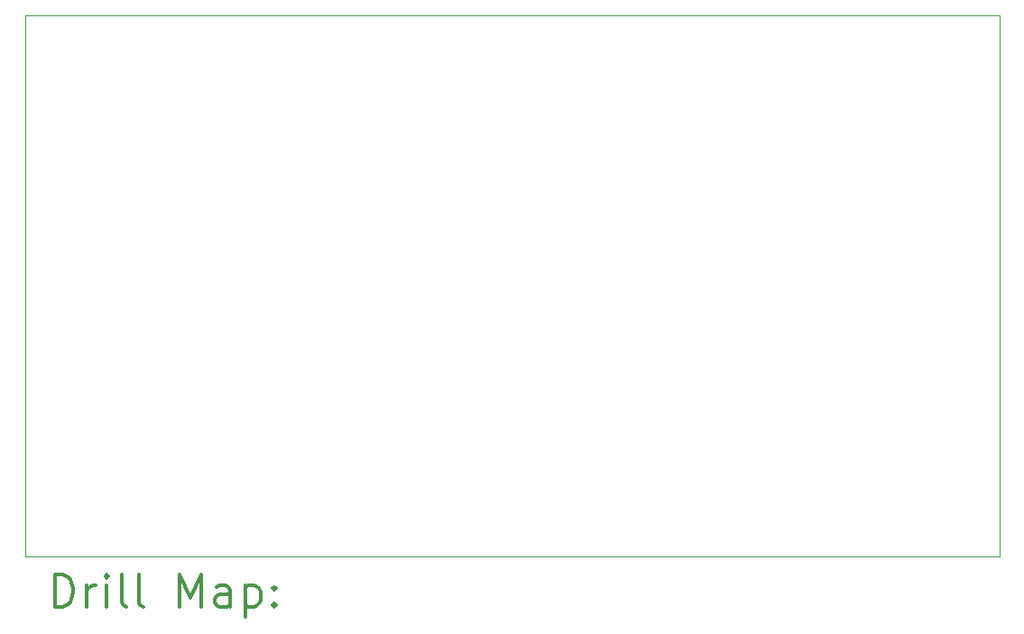
<source format=gbr>
%FSLAX45Y45*%
G04 Gerber Fmt 4.5, Leading zero omitted, Abs format (unit mm)*
G04 Created by KiCad (PCBNEW 5.0.2+dfsg1-1~bpo9+1) date Do 20 Okt 2022 11:31:40 CEST*
%MOMM*%
%LPD*%
G01*
G04 APERTURE LIST*
%ADD10C,0.100000*%
%ADD11C,0.200000*%
%ADD12C,0.300000*%
G04 APERTURE END LIST*
D10*
X6553200Y-7035800D02*
X6553200Y-12115800D01*
X15697200Y-7035800D02*
X6553200Y-7035800D01*
X15697200Y-12115800D02*
X15697200Y-7035800D01*
X6553200Y-12115800D02*
X15697200Y-12115800D01*
D11*
D12*
X6834628Y-12586514D02*
X6834628Y-12286514D01*
X6906057Y-12286514D01*
X6948914Y-12300800D01*
X6977486Y-12329371D01*
X6991771Y-12357943D01*
X7006057Y-12415086D01*
X7006057Y-12457943D01*
X6991771Y-12515086D01*
X6977486Y-12543657D01*
X6948914Y-12572229D01*
X6906057Y-12586514D01*
X6834628Y-12586514D01*
X7134628Y-12586514D02*
X7134628Y-12386514D01*
X7134628Y-12443657D02*
X7148914Y-12415086D01*
X7163200Y-12400800D01*
X7191771Y-12386514D01*
X7220343Y-12386514D01*
X7320343Y-12586514D02*
X7320343Y-12386514D01*
X7320343Y-12286514D02*
X7306057Y-12300800D01*
X7320343Y-12315086D01*
X7334628Y-12300800D01*
X7320343Y-12286514D01*
X7320343Y-12315086D01*
X7506057Y-12586514D02*
X7477486Y-12572229D01*
X7463200Y-12543657D01*
X7463200Y-12286514D01*
X7663200Y-12586514D02*
X7634628Y-12572229D01*
X7620343Y-12543657D01*
X7620343Y-12286514D01*
X8006057Y-12586514D02*
X8006057Y-12286514D01*
X8106057Y-12500800D01*
X8206057Y-12286514D01*
X8206057Y-12586514D01*
X8477486Y-12586514D02*
X8477486Y-12429371D01*
X8463200Y-12400800D01*
X8434628Y-12386514D01*
X8377486Y-12386514D01*
X8348914Y-12400800D01*
X8477486Y-12572229D02*
X8448914Y-12586514D01*
X8377486Y-12586514D01*
X8348914Y-12572229D01*
X8334628Y-12543657D01*
X8334628Y-12515086D01*
X8348914Y-12486514D01*
X8377486Y-12472229D01*
X8448914Y-12472229D01*
X8477486Y-12457943D01*
X8620343Y-12386514D02*
X8620343Y-12686514D01*
X8620343Y-12400800D02*
X8648914Y-12386514D01*
X8706057Y-12386514D01*
X8734628Y-12400800D01*
X8748914Y-12415086D01*
X8763200Y-12443657D01*
X8763200Y-12529371D01*
X8748914Y-12557943D01*
X8734628Y-12572229D01*
X8706057Y-12586514D01*
X8648914Y-12586514D01*
X8620343Y-12572229D01*
X8891771Y-12557943D02*
X8906057Y-12572229D01*
X8891771Y-12586514D01*
X8877486Y-12572229D01*
X8891771Y-12557943D01*
X8891771Y-12586514D01*
X8891771Y-12400800D02*
X8906057Y-12415086D01*
X8891771Y-12429371D01*
X8877486Y-12415086D01*
X8891771Y-12400800D01*
X8891771Y-12429371D01*
M02*

</source>
